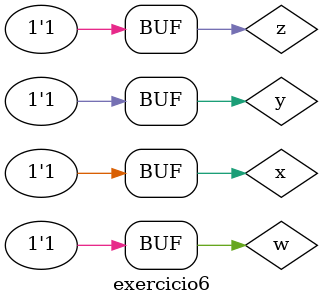
<source format=v>
module f5b ( output s,         //jeito B
input a,
input b,
input c, 
input d);
// descrever por expressao

assign s = ~((a)&(b|c|d));
endmodule // f5b







//RESULTADO//

module exercicio6;
// ------------------------- definir dados
reg x;
reg y;
reg z;
reg w;
wire b;


f5b moduloB ( b, x, y, z, w);    //jeito 2
// ------------------------- parte principal
initial
begin : main
$display("exercicio 5 - Bruno Mello Couto - 00683618");
$display("Test module");
$display("   X    Y    Z    W    B");
// projetar testes do modulo
$monitor("%4b %4b %4b %4b %4b", x, y, z, w, b);
   x=0; y=0; z=0; w=0;
#1 x=0; y=0; z=0; w=1;
#1 x=0; y=0; z=1; w=0;
#1 x=0; y=0; z=1; w=1;
#1 x=0; y=1; z=0; w=0;
#1 x=0; y=1; z=0; w=1;
#1 x=0; y=1; z=1; w=0;
#1 x=0; y=1; z=1; w=1;
#1 x=1; y=0; z=0; w=0;
#1 x=1; y=0; z=0; w=1;
#1 x=1; y=0; z=1; w=0;
#1 x=1; y=0; z=1; w=1;
#1 x=1; y=1; z=0; w=0;
#1 x=1; y=1; z=0; w=1;
#1 x=1; y=1; z=1; w=0;
#1 x=1; y=1; z=1; w=1;

end
endmodule 

</source>
